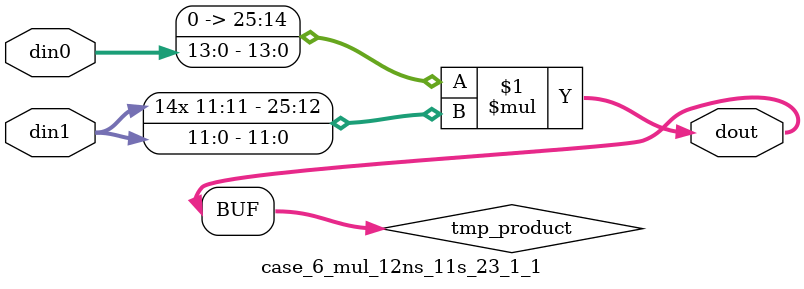
<source format=v>

`timescale 1 ns / 1 ps

 (* use_dsp = "no" *)  module case_6_mul_12ns_11s_23_1_1(din0, din1, dout);
parameter ID = 1;
parameter NUM_STAGE = 0;
parameter din0_WIDTH = 14;
parameter din1_WIDTH = 12;
parameter dout_WIDTH = 26;

input [din0_WIDTH - 1 : 0] din0; 
input [din1_WIDTH - 1 : 0] din1; 
output [dout_WIDTH - 1 : 0] dout;

wire signed [dout_WIDTH - 1 : 0] tmp_product;

























assign tmp_product = $signed({1'b0, din0}) * $signed(din1);










assign dout = tmp_product;





















endmodule

</source>
